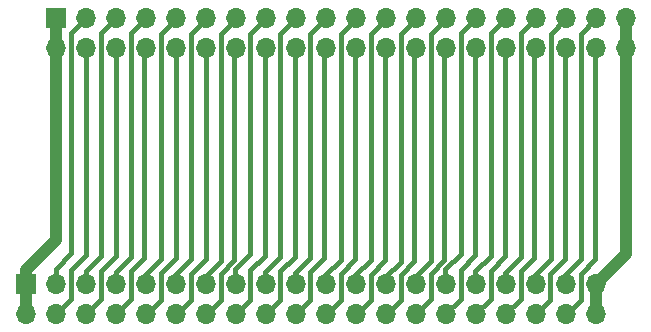
<source format=gbr>
%TF.GenerationSoftware,KiCad,Pcbnew,8.0.7-8.0.7-0~ubuntu22.04.1*%
%TF.CreationDate,2024-12-18T08:29:18+01:00*%
%TF.ProjectId,Mezzanine_v1,4d657a7a-616e-4696-9e65-5f76312e6b69,rev?*%
%TF.SameCoordinates,Original*%
%TF.FileFunction,Copper,L1,Top*%
%TF.FilePolarity,Positive*%
%FSLAX46Y46*%
G04 Gerber Fmt 4.6, Leading zero omitted, Abs format (unit mm)*
G04 Created by KiCad (PCBNEW 8.0.7-8.0.7-0~ubuntu22.04.1) date 2024-12-18 08:29:18*
%MOMM*%
%LPD*%
G01*
G04 APERTURE LIST*
%TA.AperFunction,ComponentPad*%
%ADD10R,1.700000X1.700000*%
%TD*%
%TA.AperFunction,ComponentPad*%
%ADD11O,1.700000X1.700000*%
%TD*%
%TA.AperFunction,Conductor*%
%ADD12C,1.000000*%
%TD*%
%TA.AperFunction,Conductor*%
%ADD13C,0.400000*%
%TD*%
G04 APERTURE END LIST*
D10*
%TO.P,J1,1,Pin_1*%
%TO.N,+5V*%
X92367000Y-53000000D03*
D11*
%TO.P,J1,2,Pin_2*%
X92367000Y-55540000D03*
%TO.P,J1,3,Pin_3*%
%TO.N,/PHI1_e*%
X94907000Y-53000000D03*
%TO.P,J1,4,Pin_4*%
%TO.N,/PHI2_e*%
X94907000Y-55540000D03*
%TO.P,J1,5,Pin_5*%
%TO.N,/~{IORD}*%
X97447000Y-53000000D03*
%TO.P,J1,6,Pin_6*%
%TO.N,/R{slash}~{W}_e*%
X97447000Y-55540000D03*
%TO.P,J1,7,Pin_7*%
%TO.N,/~{MRD}*%
X99987000Y-53000000D03*
%TO.P,J1,8,Pin_8*%
%TO.N,/~{MWR}*%
X99987000Y-55540000D03*
%TO.P,J1,9,Pin_9*%
%TO.N,/~{IOWR}*%
X102527000Y-53000000D03*
%TO.P,J1,10,Pin_10*%
%TO.N,/DE0*%
X102527000Y-55540000D03*
%TO.P,J1,11,Pin_11*%
%TO.N,/DE1*%
X105067000Y-53000000D03*
%TO.P,J1,12,Pin_12*%
%TO.N,/DE2*%
X105067000Y-55540000D03*
%TO.P,J1,13,Pin_13*%
%TO.N,/DE3*%
X107607000Y-53000000D03*
%TO.P,J1,14,Pin_14*%
%TO.N,/DE4*%
X107607000Y-55540000D03*
%TO.P,J1,15,Pin_15*%
%TO.N,/DE5*%
X110147000Y-53000000D03*
%TO.P,J1,16,Pin_16*%
%TO.N,/DE6*%
X110147000Y-55540000D03*
%TO.P,J1,17,Pin_17*%
%TO.N,/DE7*%
X112687000Y-53000000D03*
%TO.P,J1,18,Pin_18*%
%TO.N,/~{RST}*%
X112687000Y-55540000D03*
%TO.P,J1,19,Pin_19*%
%TO.N,/EA0*%
X115227000Y-53000000D03*
%TO.P,J1,20,Pin_20*%
%TO.N,/EA1*%
X115227000Y-55540000D03*
%TO.P,J1,21,Pin_21*%
%TO.N,/EA2*%
X117767000Y-53000000D03*
%TO.P,J1,22,Pin_22*%
%TO.N,/EA3*%
X117767000Y-55540000D03*
%TO.P,J1,23,Pin_23*%
%TO.N,/EA4*%
X120307000Y-53000000D03*
%TO.P,J1,24,Pin_24*%
%TO.N,/EA5*%
X120307000Y-55540000D03*
%TO.P,J1,25,Pin_25*%
%TO.N,/EA6*%
X122847000Y-53000000D03*
%TO.P,J1,26,Pin_26*%
%TO.N,/EA7*%
X122847000Y-55540000D03*
%TO.P,J1,27,Pin_27*%
%TO.N,/EA8*%
X125387000Y-53000000D03*
%TO.P,J1,28,Pin_28*%
%TO.N,/EA9*%
X125387000Y-55540000D03*
%TO.P,J1,29,Pin_29*%
%TO.N,/EA10*%
X127927000Y-53000000D03*
%TO.P,J1,30,Pin_30*%
%TO.N,/EA11*%
X127927000Y-55540000D03*
%TO.P,J1,31,Pin_31*%
%TO.N,/EA12*%
X130467000Y-53000000D03*
%TO.P,J1,32,Pin_32*%
%TO.N,/EA13*%
X130467000Y-55540000D03*
%TO.P,J1,33,Pin_33*%
%TO.N,/EA14*%
X133007000Y-53000000D03*
%TO.P,J1,34,Pin_34*%
%TO.N,/EA15*%
X133007000Y-55540000D03*
%TO.P,J1,35,Pin_35*%
%TO.N,/EA16*%
X135547000Y-53000000D03*
%TO.P,J1,36,Pin_36*%
%TO.N,/EA17*%
X135547000Y-55540000D03*
%TO.P,J1,37,Pin_37*%
%TO.N,/EA18*%
X138087000Y-53000000D03*
%TO.P,J1,38,Pin_38*%
%TO.N,/EA19*%
X138087000Y-55540000D03*
%TO.P,J1,39,Pin_39*%
%TO.N,GND*%
X140627000Y-53000000D03*
%TO.P,J1,40,Pin_40*%
X140627000Y-55540000D03*
%TD*%
%TO.P,J3,40,Pin_40*%
%TO.N,GND*%
X138087000Y-78050000D03*
%TO.P,J3,39,Pin_39*%
X138087000Y-75510000D03*
%TO.P,J3,38,Pin_38*%
%TO.N,/EA19*%
X135547000Y-78050000D03*
%TO.P,J3,37,Pin_37*%
%TO.N,/EA18*%
X135547000Y-75510000D03*
%TO.P,J3,36,Pin_36*%
%TO.N,/EA17*%
X133007000Y-78050000D03*
%TO.P,J3,35,Pin_35*%
%TO.N,/EA16*%
X133007000Y-75510000D03*
%TO.P,J3,34,Pin_34*%
%TO.N,/EA15*%
X130467000Y-78050000D03*
%TO.P,J3,33,Pin_33*%
%TO.N,/EA14*%
X130467000Y-75510000D03*
%TO.P,J3,32,Pin_32*%
%TO.N,/EA13*%
X127927000Y-78050000D03*
%TO.P,J3,31,Pin_31*%
%TO.N,/EA12*%
X127927000Y-75510000D03*
%TO.P,J3,30,Pin_30*%
%TO.N,/EA11*%
X125387000Y-78050000D03*
%TO.P,J3,29,Pin_29*%
%TO.N,/EA10*%
X125387000Y-75510000D03*
%TO.P,J3,28,Pin_28*%
%TO.N,/EA9*%
X122847000Y-78050000D03*
%TO.P,J3,27,Pin_27*%
%TO.N,/EA8*%
X122847000Y-75510000D03*
%TO.P,J3,26,Pin_26*%
%TO.N,/EA7*%
X120307000Y-78050000D03*
%TO.P,J3,25,Pin_25*%
%TO.N,/EA6*%
X120307000Y-75510000D03*
%TO.P,J3,24,Pin_24*%
%TO.N,/EA5*%
X117767000Y-78050000D03*
%TO.P,J3,23,Pin_23*%
%TO.N,/EA4*%
X117767000Y-75510000D03*
%TO.P,J3,22,Pin_22*%
%TO.N,/EA3*%
X115227000Y-78050000D03*
%TO.P,J3,21,Pin_21*%
%TO.N,/EA2*%
X115227000Y-75510000D03*
%TO.P,J3,20,Pin_20*%
%TO.N,/EA1*%
X112687000Y-78050000D03*
%TO.P,J3,19,Pin_19*%
%TO.N,/EA0*%
X112687000Y-75510000D03*
%TO.P,J3,18,Pin_18*%
%TO.N,/~{RST}*%
X110147000Y-78050000D03*
%TO.P,J3,17,Pin_17*%
%TO.N,/DE7*%
X110147000Y-75510000D03*
%TO.P,J3,16,Pin_16*%
%TO.N,/DE6*%
X107607000Y-78050000D03*
%TO.P,J3,15,Pin_15*%
%TO.N,/DE5*%
X107607000Y-75510000D03*
%TO.P,J3,14,Pin_14*%
%TO.N,/DE4*%
X105067000Y-78050000D03*
%TO.P,J3,13,Pin_13*%
%TO.N,/DE3*%
X105067000Y-75510000D03*
%TO.P,J3,12,Pin_12*%
%TO.N,/DE2*%
X102527000Y-78050000D03*
%TO.P,J3,11,Pin_11*%
%TO.N,/DE1*%
X102527000Y-75510000D03*
%TO.P,J3,10,Pin_10*%
%TO.N,/DE0*%
X99987000Y-78050000D03*
%TO.P,J3,9,Pin_9*%
%TO.N,/~{IOWR}*%
X99987000Y-75510000D03*
%TO.P,J3,8,Pin_8*%
%TO.N,/~{MWR}*%
X97447000Y-78050000D03*
%TO.P,J3,7,Pin_7*%
%TO.N,/~{MRD}*%
X97447000Y-75510000D03*
%TO.P,J3,6,Pin_6*%
%TO.N,/R{slash}~{W}_e*%
X94907000Y-78050000D03*
%TO.P,J3,5,Pin_5*%
%TO.N,/~{IORD}*%
X94907000Y-75510000D03*
%TO.P,J3,4,Pin_4*%
%TO.N,/PHI2_e*%
X92367000Y-78050000D03*
%TO.P,J3,3,Pin_3*%
%TO.N,/PHI1_e*%
X92367000Y-75510000D03*
%TO.P,J3,2,Pin_2*%
%TO.N,+5V*%
X89827000Y-78050000D03*
D10*
%TO.P,J3,1,Pin_1*%
X89827000Y-75510000D03*
%TD*%
D12*
%TO.N,+5V*%
X92367000Y-55540000D02*
X92367000Y-71770600D01*
X92367000Y-71770600D02*
X89827000Y-74310600D01*
X89827000Y-74310600D02*
X89827000Y-78050000D01*
D13*
%TO.N,/EA3*%
X117747000Y-55662940D02*
X117747000Y-73403500D01*
X117747000Y-73403500D02*
X116497000Y-74653500D01*
X116497000Y-74653500D02*
X116497000Y-76882940D01*
X116497000Y-76882940D02*
X115207000Y-78172940D01*
%TO.N,/EA7*%
X122827000Y-55662940D02*
X122707000Y-55782940D01*
X122707000Y-55782940D02*
X122707000Y-73574300D01*
X122707000Y-73574300D02*
X121577000Y-74704300D01*
X121577000Y-74704300D02*
X121577000Y-76882940D01*
X121577000Y-76882940D02*
X120287000Y-78172940D01*
%TO.N,/~{IOWR}*%
X102532400Y-53059440D02*
X101257000Y-54334840D01*
X101257000Y-54334840D02*
X101257000Y-73421600D01*
X101257000Y-73421600D02*
X99992400Y-74686200D01*
X99992400Y-74686200D02*
X99992400Y-75569440D01*
%TO.N,/DE1*%
X105072400Y-53059440D02*
X103797000Y-54334840D01*
X103797000Y-73421600D02*
X102532400Y-74686200D01*
X103797000Y-54334840D02*
X103797000Y-73421600D01*
X102532400Y-74686200D02*
X102532400Y-75569440D01*
%TO.N,/EA6*%
X122827000Y-53122940D02*
X121577000Y-54372940D01*
X121577000Y-54372940D02*
X121577000Y-73612100D01*
X121577000Y-73612100D02*
X120287000Y-74902100D01*
X120287000Y-74902100D02*
X120287000Y-75632940D01*
D12*
%TO.N,GND*%
X138087000Y-75510000D02*
X138087000Y-78050000D01*
X140627000Y-53000000D02*
X140627000Y-72970000D01*
X140627000Y-72970000D02*
X138087000Y-75510000D01*
D13*
%TO.N,/EA11*%
X127914600Y-73071380D02*
X126664600Y-74321380D01*
%TO.N,/EA14*%
X131744600Y-54280780D02*
X131744600Y-73254580D01*
%TO.N,/EA9*%
X125285400Y-55686720D02*
X125285400Y-73478080D01*
%TO.N,/EA18*%
X138080000Y-53090220D02*
X136830000Y-54340220D01*
%TO.N,/EA11*%
X127914600Y-55570780D02*
X127914600Y-73071380D01*
%TO.N,/EA16*%
X134290000Y-73426980D02*
X133000000Y-74716980D01*
%TO.N,/EA14*%
X131744600Y-73254580D02*
X130454600Y-74544580D01*
%TO.N,/EA9*%
X125285400Y-73478080D02*
X124130000Y-74633480D01*
%TO.N,/EA14*%
X132994600Y-53030780D02*
X131744600Y-54280780D01*
%TO.N,/EA12*%
X129204600Y-73152980D02*
X127914600Y-74442980D01*
%TO.N,/EA8*%
X125405400Y-53026720D02*
X124130000Y-54302120D01*
%TO.N,/EA14*%
X130454600Y-74544580D02*
X130454600Y-75540780D01*
%TO.N,/EA16*%
X134290000Y-54340220D02*
X134290000Y-73426980D01*
%TO.N,/EA15*%
X131744600Y-74422980D02*
X131744600Y-76790780D01*
%TO.N,/EA19*%
X136830000Y-74671580D02*
X136830000Y-76850220D01*
%TO.N,/EA15*%
X132874600Y-55690780D02*
X132874600Y-73292980D01*
X132874600Y-73292980D02*
X131744600Y-74422980D01*
%TO.N,/EA10*%
X126664600Y-54280780D02*
X126664600Y-72949780D01*
%TO.N,/EA13*%
X129204600Y-74397580D02*
X129204600Y-76790780D01*
%TO.N,/EA15*%
X132994600Y-55570780D02*
X132874600Y-55690780D01*
X131744600Y-76790780D02*
X130454600Y-78080780D01*
%TO.N,/EA13*%
X130454600Y-73147580D02*
X129204600Y-74397580D01*
%TO.N,/EA12*%
X127914600Y-74442980D02*
X127914600Y-75540780D01*
%TO.N,/EA9*%
X125405400Y-55566720D02*
X125285400Y-55686720D01*
%TO.N,/EA11*%
X126664600Y-74321380D02*
X126664600Y-76790780D01*
%TO.N,/EA10*%
X125374600Y-74239780D02*
X125374600Y-75540780D01*
%TO.N,/EA8*%
X124130000Y-73541280D02*
X122865400Y-74805880D01*
%TO.N,/EA18*%
X135540000Y-74716980D02*
X135540000Y-75600220D01*
X136830000Y-73426980D02*
X135540000Y-74716980D01*
%TO.N,/EA17*%
X134264600Y-76875620D02*
X133000000Y-78140220D01*
%TO.N,/EA13*%
X129204600Y-76790780D02*
X127914600Y-78080780D01*
%TO.N,/EA17*%
X135540000Y-73370780D02*
X134264600Y-74646180D01*
X134264600Y-74646180D02*
X134264600Y-76875620D01*
%TO.N,/EA16*%
X133000000Y-74716980D02*
X133000000Y-75600220D01*
%TO.N,/EA9*%
X124130000Y-76812120D02*
X122865400Y-78076720D01*
%TO.N,/EA19*%
X136830000Y-76850220D02*
X135540000Y-78140220D01*
%TO.N,/EA12*%
X129204600Y-54280780D02*
X129204600Y-73152980D01*
%TO.N,/EA18*%
X136830000Y-54340220D02*
X136830000Y-73426980D01*
%TO.N,/EA8*%
X122865400Y-74805880D02*
X122865400Y-75536720D01*
X124130000Y-54302120D02*
X124130000Y-73541280D01*
%TO.N,/EA10*%
X127914600Y-53030780D02*
X126664600Y-54280780D01*
%TO.N,/EA11*%
X126664600Y-76790780D02*
X125374600Y-78080780D01*
%TO.N,/EA10*%
X126664600Y-72949780D02*
X125374600Y-74239780D01*
%TO.N,/EA17*%
X135540000Y-55630220D02*
X135540000Y-73370780D01*
%TO.N,/EA12*%
X130454600Y-53030780D02*
X129204600Y-54280780D01*
%TO.N,/EA13*%
X130454600Y-55570780D02*
X130454600Y-73147580D01*
%TO.N,/EA19*%
X138080000Y-55630220D02*
X138080000Y-73421580D01*
X138080000Y-73421580D02*
X136830000Y-74671580D01*
%TO.N,/EA16*%
X135540000Y-53090220D02*
X134290000Y-54340220D01*
%TO.N,/EA9*%
X124130000Y-74633480D02*
X124130000Y-76812120D01*
%TO.N,/EA5*%
X120287000Y-55662940D02*
X120287000Y-73454300D01*
X120287000Y-73454300D02*
X119037000Y-74704300D01*
X119037000Y-74704300D02*
X119037000Y-76882940D01*
X119037000Y-76882940D02*
X117747000Y-78172940D01*
%TO.N,/EA4*%
X119037000Y-54372940D02*
X119037000Y-73459700D01*
X119037000Y-73459700D02*
X117747000Y-74749700D01*
%TO.N,/EA1*%
X115201600Y-55603500D02*
X115081600Y-55723500D01*
X113951600Y-76823500D02*
X112661600Y-78113500D01*
%TO.N,/EA4*%
X117747000Y-74749700D02*
X117747000Y-75632940D01*
%TO.N,/EA1*%
X115081600Y-55723500D02*
X115081600Y-73325700D01*
X115081600Y-73325700D02*
X113951600Y-74455700D01*
%TO.N,/DE5*%
X108871600Y-72982500D02*
X107581600Y-74272500D01*
%TO.N,/DE6*%
X110121600Y-73104100D02*
X108871600Y-74354100D01*
%TO.N,/EA0*%
X113951600Y-54313500D02*
X113951600Y-73287300D01*
%TO.N,/DE5*%
X110121600Y-53063500D02*
X108871600Y-54313500D01*
%TO.N,/DE6*%
X108871600Y-76823500D02*
X107581600Y-78113500D01*
%TO.N,/DE5*%
X108871600Y-54313500D02*
X108871600Y-72982500D01*
%TO.N,/EA2*%
X115207000Y-74749700D02*
X115207000Y-75632940D01*
%TO.N,/DE6*%
X108871600Y-74354100D02*
X108871600Y-76823500D01*
%TO.N,/DE5*%
X107581600Y-74272500D02*
X107581600Y-75573500D01*
%TO.N,/EA2*%
X117747000Y-53122940D02*
X116497000Y-54372940D01*
X116497000Y-73459700D02*
X115207000Y-74749700D01*
%TO.N,/EA0*%
X113951600Y-73287300D02*
X112661600Y-74577300D01*
%TO.N,/EA4*%
X120287000Y-53122940D02*
X119037000Y-54372940D01*
%TO.N,/DE6*%
X110121600Y-55603500D02*
X110121600Y-73104100D01*
%TO.N,/~{RST}*%
X112661600Y-73180300D02*
X111411600Y-74430300D01*
X111411600Y-74430300D02*
X111411600Y-76823500D01*
X111411600Y-76823500D02*
X110121600Y-78113500D01*
%TO.N,/DE7*%
X112661600Y-53063500D02*
X111411600Y-54313500D01*
%TO.N,/~{RST}*%
X112661600Y-55603500D02*
X112661600Y-73180300D01*
%TO.N,/EA2*%
X116497000Y-54372940D02*
X116497000Y-73459700D01*
%TO.N,/DE7*%
X111411600Y-54313500D02*
X111411600Y-73185700D01*
%TO.N,/EA1*%
X113951600Y-74455700D02*
X113951600Y-76823500D01*
%TO.N,/EA0*%
X112661600Y-74577300D02*
X112661600Y-75573500D01*
%TO.N,/DE7*%
X111411600Y-73185700D02*
X110121600Y-74475700D01*
%TO.N,/EA0*%
X115201600Y-53063500D02*
X113951600Y-54313500D01*
%TO.N,/DE7*%
X110121600Y-74475700D02*
X110121600Y-75573500D01*
%TO.N,/PHI2_e*%
X94907000Y-55540000D02*
X94907000Y-73040600D01*
X94907000Y-73040600D02*
X93657000Y-74290600D01*
X93657000Y-74290600D02*
X93657000Y-76760000D01*
X93657000Y-76760000D02*
X92367000Y-78050000D01*
%TO.N,/PHI1_e*%
X94907000Y-53000000D02*
X93657000Y-54250000D01*
X93657000Y-54250000D02*
X93657000Y-72919000D01*
X93657000Y-72919000D02*
X92367000Y-74209000D01*
X92367000Y-74209000D02*
X92367000Y-75510000D01*
%TO.N,/DE3*%
X107612400Y-53059440D02*
X106337000Y-54334840D01*
X106337000Y-54334840D02*
X106337000Y-73574000D01*
X106337000Y-73574000D02*
X105072400Y-74838600D01*
X105072400Y-74838600D02*
X105072400Y-75569440D01*
%TO.N,/DE4*%
X107612400Y-55599440D02*
X107492400Y-55719440D01*
X107492400Y-55719440D02*
X107492400Y-73510800D01*
X107492400Y-73510800D02*
X106337000Y-74666200D01*
X106337000Y-74666200D02*
X106337000Y-76844840D01*
X106337000Y-76844840D02*
X105072400Y-78109440D01*
%TO.N,/DE2*%
X105072400Y-55599440D02*
X105072400Y-73390800D01*
X105072400Y-73390800D02*
X103797000Y-74666200D01*
X103797000Y-74666200D02*
X103797000Y-76844840D01*
X103797000Y-76844840D02*
X102532400Y-78109440D01*
%TO.N,/DE0*%
X102532400Y-55599440D02*
X102532400Y-73340000D01*
X101257000Y-76844840D02*
X99992400Y-78109440D01*
X102532400Y-73340000D02*
X101257000Y-74615400D01*
X101257000Y-74615400D02*
X101257000Y-76844840D01*
%TO.N,/~{MWR}*%
X99987000Y-55540000D02*
X99867000Y-55660000D01*
X98737000Y-76760000D02*
X97447000Y-78050000D01*
X99867000Y-55660000D02*
X99867000Y-73262200D01*
X99867000Y-73262200D02*
X98737000Y-74392200D01*
X98737000Y-74392200D02*
X98737000Y-76760000D01*
%TO.N,/~{MRD}*%
X99987000Y-53000000D02*
X98737000Y-54250000D01*
X98737000Y-54250000D02*
X98737000Y-73223800D01*
X98737000Y-73223800D02*
X97447000Y-74513800D01*
X97447000Y-74513800D02*
X97447000Y-75510000D01*
%TO.N,/R{slash}~{W}_e*%
X97447000Y-55540000D02*
X97447000Y-73116800D01*
X97447000Y-73116800D02*
X96197000Y-74366800D01*
X96197000Y-74366800D02*
X96197000Y-76760000D01*
X96197000Y-76760000D02*
X94907000Y-78050000D01*
%TO.N,/~{IORD}*%
X97447000Y-53000000D02*
X96197000Y-54250000D01*
X96197000Y-73122200D02*
X94907000Y-74412200D01*
X96197000Y-54250000D02*
X96197000Y-73122200D01*
X94907000Y-74412200D02*
X94907000Y-75510000D01*
D12*
%TO.N,+5V*%
X92367000Y-53000000D02*
X92367000Y-55540000D01*
%TD*%
M02*

</source>
